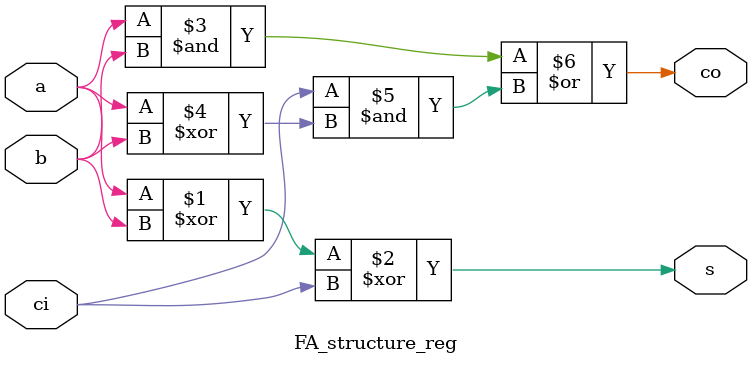
<source format=v>
module FA_structure_reg(
	input a, b, ci, 
    output  s, 
    output  co
);
    assign s = a ^ b ^ ci;
    assign co = (a & b) | (ci & (a ^ b));
    
endmodule 
</source>
